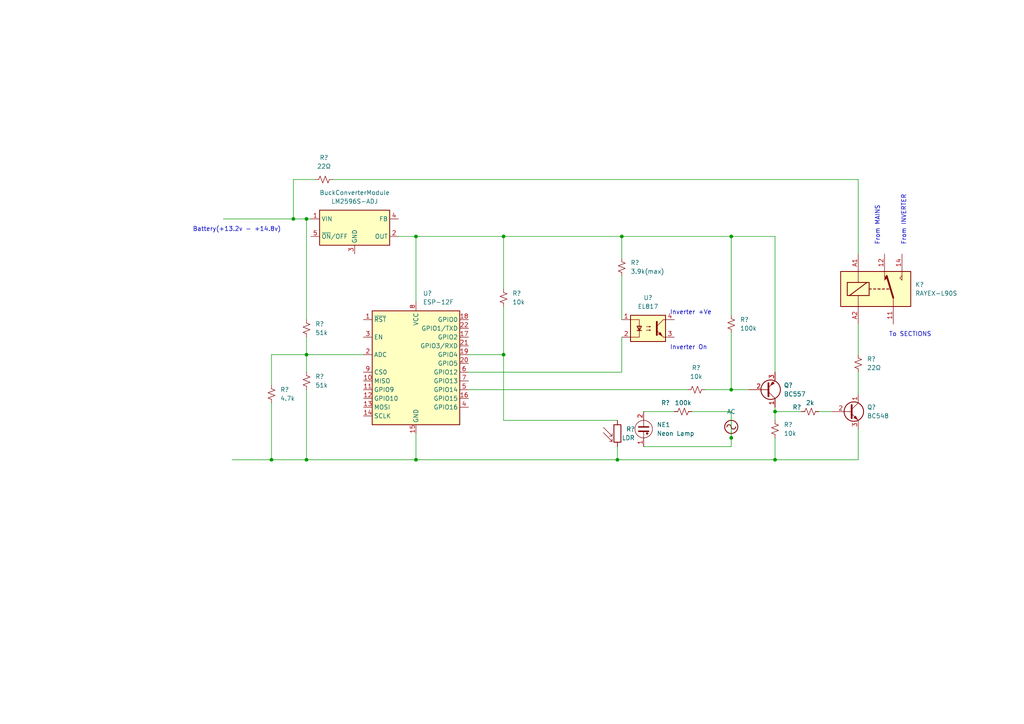
<source format=kicad_sch>
(kicad_sch (version 20211123) (generator eeschema)
  (paper "A4")
  (lib_symbols
    (symbol "Device:Lamp_Neon" (pin_names (offset 0.0254) hide)
      (property "Reference" "NE" (at 0.635 3.81 0))
      (property "Value" "Lamp_Neon" (at 0.635 -3.81 0))
      (symbol "Lamp_Neon_0_1"
        (rectangle (start -1.524 -0.508) (end 1.524 -0.762) (fill (type outline)))
        (rectangle (start -1.524 0.762) (end 1.524 0.508) (fill (type outline)))
        (polyline (pts (xy 0 -2.54) (xy 0 -0.762)))
        (polyline (pts (xy 0 0.762) (xy 0 2.54)))
        (circle (center 0 0) (radius 2.54))
        (circle (center 1.016 -1.27) (radius 0.254) (fill (type outline)))
      )
      (symbol "Lamp_Neon_1_1"
        (pin passive line (at 0 -5.08 90) (length 2.54) (name "~") (number "1"))
        (pin passive line (at 0 5.08 270) (length 2.54) (name "~") (number "2"))
      )
    )
    (symbol "Device:R_Small_US" (pin_numbers hide) (pin_names (offset 0.254) hide)
      (property "Reference" "R" (at 0.762 0.508 0))
      (property "Value" "R_Small_US" (at 0.762 -1.016 0))
      (symbol "R_Small_US_1_1"
        (polyline (pts (xy 0 0) (xy 1.016 -0.381) (xy 0 -0.762) (xy -1.016 -1.143) (xy 0 -1.524)))
        (polyline (pts (xy 0 1.524) (xy 1.016 1.143) (xy 0 0.762) (xy -1.016 0.381) (xy 0 0)))
        (pin passive line (at 0 2.54 270) (length 1.016) (name "~") (number "1"))
        (pin passive line (at 0 -2.54 90) (length 1.016) (name "~") (number "2"))
      )
    )
    (symbol "Isolator:EL817" (pin_names (offset 1.016))
      (property "Reference" "U" (at -5.08 5.08 0))
      (property "Value" "EL817" (at 0 5.08 0))
      (symbol "EL817_0_1"
        (rectangle (start -5.08 3.81) (end 5.08 -3.81) (stroke (width 0.254)) (fill (type background)))
        (polyline (pts (xy -3.175 -0.635) (xy -1.905 -0.635)) (stroke (width 0.254)))
        (polyline (pts (xy 2.54 0.635) (xy 4.445 2.54)))
        (polyline (pts (xy 4.445 -2.54) (xy 2.54 -0.635)) (fill (type outline)))
        (polyline (pts (xy 4.445 -2.54) (xy 5.08 -2.54)))
        (polyline (pts (xy 4.445 2.54) (xy 5.08 2.54)))
        (polyline (pts (xy -5.08 2.54) (xy -2.54 2.54) (xy -2.54 -0.635)))
        (polyline (pts (xy -2.54 -0.635) (xy -2.54 -2.54) (xy -5.08 -2.54)))
        (polyline (pts (xy 2.54 1.905) (xy 2.54 -1.905) (xy 2.54 -1.905)) (stroke (width 0.508)))
        (polyline (pts (xy -2.54 -0.635) (xy -3.175 0.635) (xy -1.905 0.635) (xy -2.54 -0.635)) (stroke (width 0.254)))
        (polyline (pts (xy -0.508 -0.508) (xy 0.762 -0.508) (xy 0.381 -0.635) (xy 0.381 -0.381) (xy 0.762 -0.508)))
        (polyline (pts (xy -0.508 0.508) (xy 0.762 0.508) (xy 0.381 0.381) (xy 0.381 0.635) (xy 0.762 0.508)))
        (polyline (pts (xy 3.048 -1.651) (xy 3.556 -1.143) (xy 4.064 -2.159) (xy 3.048 -1.651) (xy 3.048 -1.651)) (fill (type outline)))
      )
      (symbol "EL817_1_1"
        (pin passive line (at -7.62 2.54 0) (length 2.54) (name "~") (number "1"))
        (pin passive line (at -7.62 -2.54 0) (length 2.54) (name "~") (number "2"))
        (pin passive line (at 7.62 -2.54 180) (length 2.54) (name "~") (number "3"))
        (pin passive line (at 7.62 2.54 180) (length 2.54) (name "~") (number "4"))
      )
    )
    (symbol "RF_Module:ESP-12F"
      (property "Reference" "U" (at -12.7 19.05 0))
      (property "Value" "ESP-12F" (at 12.7 19.05 0))
      (symbol "ESP-12F_0_1"
        (rectangle (start -12.7 17.78) (end 12.7 -15.24) (stroke (width 0.254)) (fill (type background)))
      )
      (symbol "ESP-12F_1_1"
        (pin input line (at -15.24 15.24 0) (length 2.54) (name "~{RST}") (number "1"))
        (pin bidirectional line (at -15.24 -2.54 0) (length 2.54) (name "MISO") (number "10"))
        (pin bidirectional line (at -15.24 -5.08 0) (length 2.54) (name "GPIO9") (number "11"))
        (pin bidirectional line (at -15.24 -7.62 0) (length 2.54) (name "GPIO10") (number "12"))
        (pin bidirectional line (at -15.24 -10.16 0) (length 2.54) (name "MOSI") (number "13"))
        (pin bidirectional line (at -15.24 -12.7 0) (length 2.54) (name "SCLK") (number "14"))
        (pin power_in line (at 0 -17.78 90) (length 2.54) (name "GND") (number "15"))
        (pin bidirectional line (at 15.24 -7.62 180) (length 2.54) (name "GPIO15") (number "16"))
        (pin bidirectional line (at 15.24 10.16 180) (length 2.54) (name "GPIO2") (number "17"))
        (pin bidirectional line (at 15.24 15.24 180) (length 2.54) (name "GPIO0") (number "18"))
        (pin bidirectional line (at 15.24 5.08 180) (length 2.54) (name "GPIO4") (number "19"))
        (pin input line (at -15.24 5.08 0) (length 2.54) (name "ADC") (number "2"))
        (pin bidirectional line (at 15.24 2.54 180) (length 2.54) (name "GPIO5") (number "20"))
        (pin bidirectional line (at 15.24 7.62 180) (length 2.54) (name "GPIO3/RXD") (number "21"))
        (pin bidirectional line (at 15.24 12.7 180) (length 2.54) (name "GPIO1/TXD") (number "22"))
        (pin input line (at -15.24 10.16 0) (length 2.54) (name "EN") (number "3"))
        (pin bidirectional line (at 15.24 -10.16 180) (length 2.54) (name "GPIO16") (number "4"))
        (pin bidirectional line (at 15.24 -5.08 180) (length 2.54) (name "GPIO14") (number "5"))
        (pin bidirectional line (at 15.24 0 180) (length 2.54) (name "GPIO12") (number "6"))
        (pin bidirectional line (at 15.24 -2.54 180) (length 2.54) (name "GPIO13") (number "7"))
        (pin power_in line (at 0 20.32 270) (length 2.54) (name "VCC") (number "8"))
        (pin input line (at -15.24 0 0) (length 2.54) (name "CS0") (number "9"))
      )
    )
    (symbol "Regulator_Switching:LM2596S-ADJ"
      (property "Reference" "U" (at -10.16 6.35 0))
      (property "Value" "LM2596S-ADJ" (at 0 6.35 0))
      (symbol "LM2596S-ADJ_0_1"
        (rectangle (start -10.16 5.08) (end 10.16 -5.08) (stroke (width 0.254)) (fill (type background)))
      )
      (symbol "LM2596S-ADJ_1_1"
        (pin power_in line (at -12.7 2.54 0) (length 2.54) (name "VIN") (number "1"))
        (pin output line (at 12.7 -2.54 180) (length 2.54) (name "OUT") (number "2"))
        (pin power_in line (at 0 -7.62 90) (length 2.54) (name "GND") (number "3"))
        (pin input line (at 12.7 2.54 180) (length 2.54) (name "FB") (number "4"))
        (pin input line (at -12.7 -2.54 0) (length 2.54) (name "~{ON}/OFF") (number "5"))
      )
    )
    (symbol "Relay:RAYEX-L90S"
      (property "Reference" "K" (at 11.43 3.81 0))
      (property "Value" "RAYEX-L90S" (at 11.43 1.27 0))
      (symbol "RAYEX-L90S_1_0"
        (polyline (pts (xy 2.54 3.81) (xy 2.54 5.08)))
        (polyline (pts (xy 7.62 3.81) (xy 7.62 5.08)))
        (polyline (pts (xy 7.62 3.81) (xy 7.62 2.54) (xy 6.985 3.175) (xy 7.62 3.81)))
      )
      (symbol "RAYEX-L90S_1_1"
        (rectangle (start -10.16 5.08) (end 10.16 -5.08) (stroke (width 0.254)) (fill (type background)))
        (rectangle (start -8.255 1.905) (end -1.905 -1.905) (stroke (width 0.254)))
        (polyline (pts (xy -7.62 -1.905) (xy -2.54 1.905)) (stroke (width 0.254)))
        (polyline (pts (xy -5.08 -5.08) (xy -5.08 -1.905)))
        (polyline (pts (xy -5.08 5.08) (xy -5.08 1.905)))
        (polyline (pts (xy -1.905 0) (xy -1.27 0)) (stroke (width 0.254)))
        (polyline (pts (xy -0.635 0) (xy 0 0)) (stroke (width 0.254)))
        (polyline (pts (xy 0.635 0) (xy 1.27 0)) (stroke (width 0.254)))
        (polyline (pts (xy 0.635 0) (xy 1.27 0)) (stroke (width 0.254)))
        (polyline (pts (xy 1.905 0) (xy 2.54 0)) (stroke (width 0.254)))
        (polyline (pts (xy 3.175 0) (xy 3.81 0)) (stroke (width 0.254)))
        (polyline (pts (xy 5.08 -2.54) (xy 3.175 3.81)) (stroke (width 0.508)))
        (polyline (pts (xy 5.08 -2.54) (xy 5.08 -5.08)))
        (polyline (pts (xy 2.54 2.54) (xy 3.175 3.175) (xy 2.54 3.81)) (fill (type outline)))
        (pin passive line (at 5.08 -10.16 90) (length 5.08) (name "~") (number "11"))
        (pin passive line (at 2.54 10.16 270) (length 5.08) (name "~") (number "12"))
        (pin passive line (at 7.62 10.16 270) (length 5.08) (name "~") (number "14"))
        (pin passive line (at -5.08 10.16 270) (length 5.08) (name "~") (number "A1"))
        (pin passive line (at -5.08 -10.16 90) (length 5.08) (name "~") (number "A2"))
      )
    )
    (symbol "Sensor_Optical:LDR03" (pin_numbers hide) (pin_names (offset 0))
      (property "Reference" "R" (at -5.08 0 90))
      (property "Value" "LDR03" (at 1.905 0 90))
      (symbol "LDR03_0_1"
        (rectangle (start -1.016 2.54) (end 1.016 -2.54) (stroke (width 0.254)))
        (polyline (pts (xy -1.524 -2.286) (xy -4.064 0.254)))
        (polyline (pts (xy -1.524 -2.286) (xy -2.286 -2.286)))
        (polyline (pts (xy -1.524 -2.286) (xy -1.524 -1.524)))
        (polyline (pts (xy -1.524 -0.762) (xy -4.064 1.778)))
        (polyline (pts (xy -1.524 -0.762) (xy -2.286 -0.762)))
        (polyline (pts (xy -1.524 -0.762) (xy -1.524 0)))
      )
      (symbol "LDR03_1_1"
        (pin passive line (at 0 3.81 270) (length 1.27) (name "~") (number "1"))
        (pin passive line (at 0 -3.81 90) (length 1.27) (name "~") (number "2"))
      )
    )
    (symbol "Transistor_BJT:BC548" (pin_names (offset 0) hide)
      (property "Reference" "Q" (at 5.08 1.905 0))
      (property "Value" "BC548" (at 5.08 0 0))
      (symbol "BC548_0_1"
        (polyline (pts (xy 0 0) (xy 0.635 0)))
        (polyline (pts (xy 0.635 0.635) (xy 2.54 2.54)))
        (polyline (pts (xy 0.635 -0.635) (xy 2.54 -2.54) (xy 2.54 -2.54)))
        (polyline (pts (xy 0.635 1.905) (xy 0.635 -1.905) (xy 0.635 -1.905)) (stroke (width 0.508)))
        (polyline (pts (xy 1.27 -1.778) (xy 1.778 -1.27) (xy 2.286 -2.286) (xy 1.27 -1.778) (xy 1.27 -1.778)) (fill (type outline)))
        (circle (center 1.27 0) (radius 2.8194) (stroke (width 0.254)))
      )
      (symbol "BC548_1_1"
        (pin passive line (at 2.54 5.08 270) (length 2.54) (name "C") (number "1"))
        (pin input line (at -5.08 0 0) (length 5.08) (name "B") (number "2"))
        (pin passive line (at 2.54 -5.08 90) (length 2.54) (name "E") (number "3"))
      )
    )
    (symbol "Transistor_BJT:BC557" (pin_names (offset 0) hide)
      (property "Reference" "Q" (at 5.08 1.905 0))
      (property "Value" "BC557" (at 5.08 0 0))
      (symbol "BC557_0_1"
        (polyline (pts (xy 0.635 0.635) (xy 2.54 2.54)))
        (polyline (pts (xy 0.635 -0.635) (xy 2.54 -2.54) (xy 2.54 -2.54)))
        (polyline (pts (xy 0.635 1.905) (xy 0.635 -1.905) (xy 0.635 -1.905)) (stroke (width 0.508)))
        (polyline (pts (xy 2.286 -1.778) (xy 1.778 -2.286) (xy 1.27 -1.27) (xy 2.286 -1.778) (xy 2.286 -1.778)) (fill (type outline)))
        (circle (center 1.27 0) (radius 2.8194) (stroke (width 0.254)))
      )
      (symbol "BC557_1_1"
        (pin passive line (at 2.54 5.08 270) (length 2.54) (name "C") (number "1"))
        (pin input line (at -5.08 0 0) (length 5.715) (name "B") (number "2"))
        (pin passive line (at 2.54 -5.08 90) (length 2.54) (name "E") (number "3"))
      )
    )
    (symbol "power:AC" (power) (pin_names (offset 0))
      (property "Value" "AC" (at 0 6.35 0))
      (symbol "AC_0_1"
        (polyline (pts (xy 0 0) (xy 0 1.27)))
        (arc (start 0 3.175) (mid -0.635 3.81) (end -1.27 3.175) (stroke (width 0.254)))
        (arc (start 0 3.175) (mid 0.635 2.54) (end 1.27 3.175) (stroke (width 0.254)))
        (circle (center 0 3.175) (radius 1.905) (stroke (width 0.254)))
      )
      (symbol "AC_1_1"
        (pin power_in line (at 0 0 90) (length 0) hide (name "AC") (number "1"))
      )
    )
  )
  (junction (at 146.05 68.58))
  (junction (at 78.74 133.35))
  (junction (at 85.09 63.5))
  (junction (at 212.09 68.58))
  (junction (at 179.07 133.35))
  (junction (at 146.05 102.87))
  (junction (at 224.79 133.35))
  (junction (at 120.65 133.35))
  (junction (at 120.65 68.58))
  (junction (at 88.9 63.5))
  (junction (at 88.9 133.35))
  (junction (at 88.9 102.87))
  (junction (at 224.79 119.38))
  (junction (at 212.09 127))
  (junction (at 180.34 68.58))
  (junction (at 212.09 113.03))
  (wire (pts (xy 248.92 52.07) (xy 248.92 73.66)))
  (wire (pts (xy 115.57 68.58) (xy 120.65 68.58)))
  (wire (pts (xy 78.74 133.35) (xy 88.9 133.35)))
  (wire (pts (xy 85.09 63.5) (xy 85.09 52.07)))
  (wire (pts (xy 120.65 133.35) (xy 179.07 133.35)))
  (wire (pts (xy 120.65 125.73) (xy 120.65 133.35)))
  (wire (pts (xy 224.79 68.58) (xy 224.79 107.95)))
  (wire (pts (xy 85.09 52.07) (xy 91.44 52.07)))
  (wire (pts (xy 248.92 107.95) (xy 248.92 114.3)))
  (wire (pts (xy 88.9 102.87) (xy 105.41 102.87)))
  (wire (pts (xy 146.05 102.87) (xy 146.05 121.92)))
  (wire (pts (xy 224.79 133.35) (xy 248.92 133.35)))
  (wire (pts (xy 224.79 118.11) (xy 224.79 119.38)))
  (wire (pts (xy 78.74 116.84) (xy 78.74 133.35)))
  (wire (pts (xy 88.9 97.79) (xy 88.9 102.87)))
  (wire (pts (xy 88.9 102.87) (xy 88.9 107.95)))
  (wire (pts (xy 212.09 129.54) (xy 212.09 127)))
  (wire (pts (xy 88.9 63.5) (xy 88.9 92.71)))
  (wire (pts (xy 146.05 83.82) (xy 146.05 68.58)))
  (wire (pts (xy 180.34 107.95) (xy 180.34 97.79)))
  (wire (pts (xy 146.05 102.87) (xy 146.05 88.9)))
  (wire (pts (xy 180.34 68.58) (xy 212.09 68.58)))
  (wire (pts (xy 212.09 68.58) (xy 224.79 68.58)))
  (wire (pts (xy 204.47 113.03) (xy 212.09 113.03)))
  (wire (pts (xy 135.89 102.87) (xy 146.05 102.87)))
  (wire (pts (xy 248.92 124.46) (xy 248.92 133.35)))
  (wire (pts (xy 224.79 119.38) (xy 224.79 121.92)))
  (wire (pts (xy 146.05 68.58) (xy 180.34 68.58)))
  (wire (pts (xy 179.07 129.54) (xy 179.07 133.35)))
  (wire (pts (xy 180.34 68.58) (xy 180.34 74.93)))
  (wire (pts (xy 179.07 133.35) (xy 224.79 133.35)))
  (wire (pts (xy 212.09 113.03) (xy 217.17 113.03)))
  (wire (pts (xy 78.74 102.87) (xy 88.9 102.87)))
  (wire (pts (xy 186.69 119.38) (xy 195.58 119.38)))
  (wire (pts (xy 248.92 93.98) (xy 248.92 102.87)))
  (wire (pts (xy 85.09 63.5) (xy 88.9 63.5)))
  (wire (pts (xy 200.66 119.38) (xy 212.09 119.38)))
  (wire (pts (xy 224.79 133.35) (xy 224.79 127)))
  (wire (pts (xy 96.52 52.07) (xy 248.92 52.07)))
  (wire (pts (xy 212.09 96.52) (xy 212.09 113.03)))
  (wire (pts (xy 88.9 133.35) (xy 120.65 133.35)))
  (wire (pts (xy 224.79 119.38) (xy 232.41 119.38)))
  (wire (pts (xy 88.9 113.03) (xy 88.9 133.35)))
  (wire (pts (xy 120.65 68.58) (xy 146.05 68.58)))
  (wire (pts (xy 120.65 68.58) (xy 120.65 87.63)))
  (wire (pts (xy 78.74 111.76) (xy 78.74 102.87)))
  (wire (pts (xy 237.49 119.38) (xy 241.3 119.38)))
  (wire (pts (xy 212.09 119.38) (xy 212.09 127)))
  (wire (pts (xy 212.09 68.58) (xy 212.09 91.44)))
  (wire (pts (xy 135.89 113.03) (xy 199.39 113.03)))
  (wire (pts (xy 186.69 129.54) (xy 212.09 129.54)))
  (wire (pts (xy 135.89 107.95) (xy 180.34 107.95)))
  (wire (pts (xy 67.31 133.35) (xy 78.74 133.35)))
  (wire (pts (xy 90.17 63.5) (xy 88.9 63.5)))
  (wire (pts (xy 180.34 80.01) (xy 180.34 92.71)))
  (wire (pts (xy 64.77 63.5) (xy 85.09 63.5)))
  (wire (pts (xy 179.07 121.92) (xy 146.05 121.92)))
  (text "Inverter On" (at 194.31 101.6 0) (effects (font (size 1.27 1.27)) (justify left bottom)))
  (text "From INVERTER" (at 262.89 71.12 90) (effects (font (size 1.27 1.27)) (justify left bottom)))
  (text "Battery(+13.2v - +14.8v)" (at 55.88 67.31 0) (effects (font (size 1.27 1.27)) (justify left bottom)))
  (text "From MAINS" (at 255.27 71.12 90) (effects (font (size 1.27 1.27)) (justify left bottom)))
  (text "To SECTIONS" (at 257.81 97.79 0) (effects (font (size 1.27 1.27)) (justify left bottom)))
  (text "Inverter +Ve" (at 194.31 91.44 0) (effects (font (size 1.27 1.27)) (justify left bottom)))
  (symbol (lib_id "Device:R_Small_US") (at 224.79 124.46 0) (unit 1)
    (property "Reference" "R?" (at 227.33 123.1899 0) (effects (justify left)))
    (property "Value" "10k" (at 227.33 125.7299 0) (effects (justify left)))
  )
  (symbol (lib_id "power:AC") (at 212.09 127 0) (unit 1)
    (property "Reference" "#PWR?" (effects hide))
    (property "Value" "AC" (at 212.09 119.38 0))
  )
  (symbol (lib_id "Isolator:EL817") (at 187.96 95.25 0) (unit 1)
    (property "Reference" "U?" (at 187.96 86.36 0))
    (property "Value" "EL817" (at 187.96 88.9 0))
    (property "Footprint" "Package_DIP:DIP-4_W7.62mm" (effects hide))
    (property "Datasheet" "http://www.everlight.com/file/ProductFile/EL817.pdf" (effects hide))
  )
  (symbol (lib_id "Regulator_Switching:LM2596S-ADJ") (at 102.87 66.04 0) (unit 1)
    (property "Reference" "BuckConverterModule" (at 102.87 55.88 0))
    (property "Value" "LM2596S-ADJ" (at 102.87 58.42 0))
    (property "Footprint" "Package_TO_SOT_SMD:TO-263-5_TabPin3" (effects hide))
    (property "Datasheet" "http://www.ti.com/lit/ds/symlink/lm2596.pdf" (effects hide))
  )
  (symbol (lib_id "Transistor_BJT:BC557") (at 222.25 113.03 0) (mirror x) (unit 1)
    (property "Reference" "Q?" (at 227.33 111.7599 0) (effects (justify left)))
    (property "Value" "BC557" (at 227.33 114.2999 0) (effects (justify left)))
    (property "Footprint" "Package_TO_SOT_THT:TO-92_Inline" (effects hide))
    (property "Datasheet" "https://www.onsemi.com/pub/Collateral/BC556BTA-D.pdf" (effects hide))
  )
  (symbol (lib_id "Device:R_Small_US") (at 198.12 119.38 270) (unit 1)
    (property "Reference" "R?" (at 193.04 116.84 90))
    (property "Value" "100k" (at 198.12 116.84 90))
  )
  (symbol (lib_id "Device:R_Small_US") (at 93.98 52.07 90) (unit 1)
    (property "Reference" "R?" (at 93.98 45.72 90))
    (property "Value" "22Ω" (at 93.98 48.26 90))
  )
  (symbol (lib_id "Device:R_Small_US") (at 201.93 113.03 90) (unit 1)
    (property "Reference" "R?" (at 201.93 106.68 90))
    (property "Value" "10k" (at 201.93 109.22 90))
  )
  (symbol (lib_id "Device:R_Small_US") (at 248.92 105.41 180) (unit 1)
    (property "Reference" "R?" (at 251.46 104.1399 0) (effects (justify right)))
    (property "Value" "22Ω" (at 251.46 106.6799 0) (effects (justify right)))
  )
  (symbol (lib_id "Device:Lamp_Neon") (at 186.69 124.46 0) (unit 1)
    (property "Reference" "NE1" (at 190.5 123.1899 0) (effects (justify left)))
    (property "Value" "Neon Lamp" (at 190.5 125.7299 0) (effects (justify left)))
  )
  (symbol (lib_id "Device:R_Small_US") (at 88.9 95.25 0) (unit 1)
    (property "Reference" "R?" (at 91.44 93.9799 0) (effects (justify left)))
    (property "Value" "51k" (at 91.44 96.5199 0) (effects (justify left)))
  )
  (symbol (lib_id "Relay:RAYEX-L90S") (at 254 83.82 0) (unit 1)
    (property "Reference" "K?" (at 265.43 82.5499 0) (effects (justify left)))
    (property "Value" "RAYEX-L90S" (at 265.43 85.0899 0) (effects (justify left)))
    (property "Footprint" "Relay_THT:Relay_SPDT_RAYEX-L90S" (effects hide))
    (property "Datasheet" "https://a3.sofastcdn.com/attachment/7jioKBjnRiiSrjrjknRiwS77gwbf3zmp/L90-SERIES.pdf" (effects hide))
  )
  (symbol (lib_id "Device:R_Small_US") (at 234.95 119.38 90) (unit 1)
    (property "Reference" "R?" (at 231.14 118.11 90))
    (property "Value" "2k" (at 234.95 116.84 90))
  )
  (symbol (lib_id "Device:R_Small_US") (at 78.74 114.3 0) (unit 1)
    (property "Reference" "R?" (at 81.28 113.0299 0) (effects (justify left)))
    (property "Value" "4.7k" (at 81.28 115.5699 0) (effects (justify left)))
  )
  (symbol (lib_id "Device:R_Small_US") (at 212.09 93.98 180) (unit 1)
    (property "Reference" "R?" (at 214.63 92.7099 0) (effects (justify right)))
    (property "Value" "100k" (at 214.63 95.2499 0) (effects (justify right)))
  )
  (symbol (lib_id "Transistor_BJT:BC548") (at 246.38 119.38 0) (unit 1)
    (property "Reference" "Q?" (at 251.46 118.1099 0) (effects (justify left)))
    (property "Value" "BC548" (at 251.46 120.6499 0) (effects (justify left)))
    (property "Footprint" "Package_TO_SOT_THT:TO-92_Inline" (effects hide))
    (property "Datasheet" "https://www.onsemi.com/pub/Collateral/BC550-D.pdf" (effects hide))
  )
  (symbol (lib_id "Sensor_Optical:LDR03") (at 179.07 125.73 0) (unit 1)
    (property "Reference" "R?" (at 181.61 124.4599 0) (effects (justify left)))
    (property "Value" "LDR" (at 180.34 127 0) (effects (justify left)))
    (property "Footprint" "OptoDevice:R_LDR_10x8.5mm_P7.6mm_Vertical" (effects hide))
    (property "Datasheet" "http://www.elektronica-componenten.nl/WebRoot/StoreNL/Shops/61422969/54F1/BA0C/C664/31B9/2173/C0A8/2AB9/2AEF/LDR03IMP.pdf" (effects hide))
  )
  (symbol (lib_id "Device:R_Small_US") (at 146.05 86.36 0) (unit 1)
    (property "Reference" "R?" (at 148.59 85.0899 0) (effects (justify left)))
    (property "Value" "10k" (at 148.59 87.6299 0) (effects (justify left)))
  )
  (symbol (lib_id "Device:R_Small_US") (at 180.34 77.47 0) (unit 1)
    (property "Reference" "R?" (at 182.88 76.1999 0) (effects (justify left)))
    (property "Value" "3.9k(max)" (at 182.88 78.7399 0) (effects (justify left)))
  )
  (symbol (lib_id "Device:R_Small_US") (at 88.9 110.49 0) (unit 1)
    (property "Reference" "R?" (at 91.44 109.2199 0) (effects (justify left)))
    (property "Value" "51k" (at 91.44 111.7599 0) (effects (justify left)))
  )
  (symbol (lib_id "RF_Module:ESP-12F") (at 120.65 107.95 0) (unit 1)
    (property "Reference" "U?" (at 122.6694 85.09 0) (effects (justify left)))
    (property "Value" "ESP-12F" (at 122.6694 87.63 0) (effects (justify left)))
    (property "Footprint" "RF_Module:ESP-12E" (effects hide))
    (property "Datasheet" "http://wiki.ai-thinker.com/_media/esp8266/esp8266_series_modules_user_manual_v1.1.pdf" (effects hide))
  )
)
</source>
